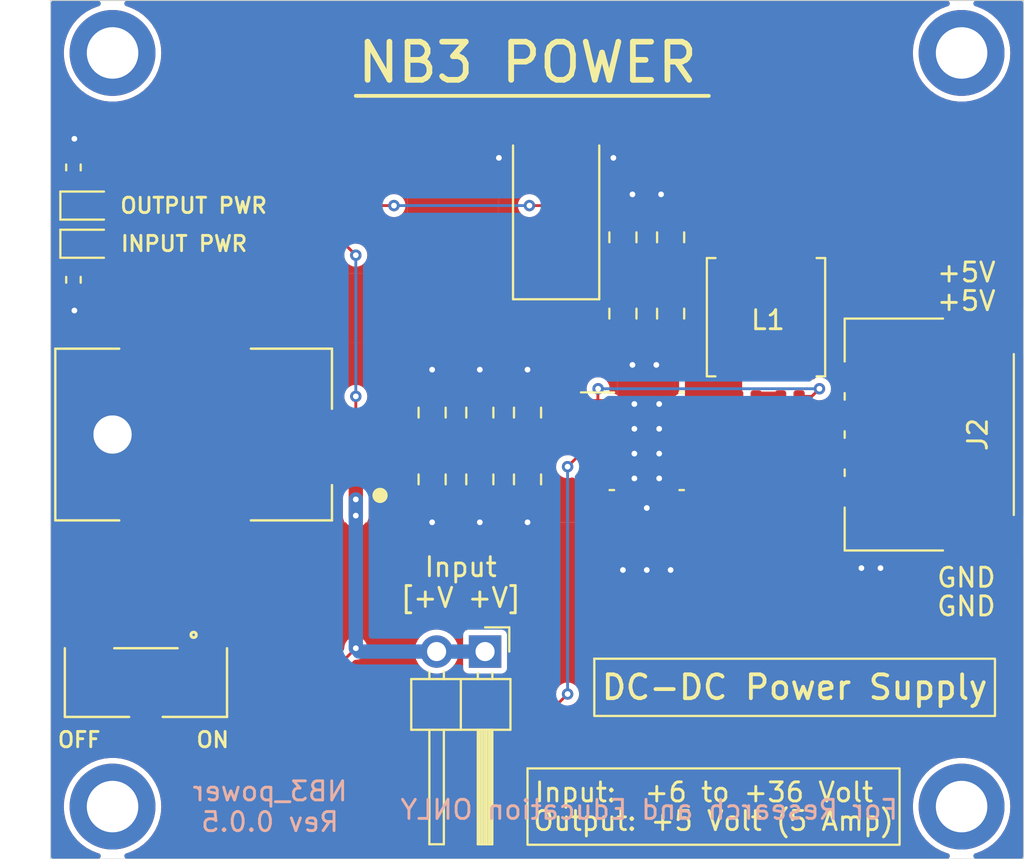
<source format=kicad_pcb>
(kicad_pcb (version 20221018) (generator pcbnew)
  (title_block (title "NB3 Power PCB") (date "2023-11-29") (rev "0.0.5") (company "Voight-Kampff"))
  (layers (0 "F.Cu" signal) (31 "B.Cu" power) (34 "B.Paste" user) (35 "F.Paste" user) (36 "B.SilkS" user "B.Silkscreen") (37 "F.SilkS" user "F.Silkscreen") (38 "B.Mask" user) (39 "F.Mask" user) (44 "Edge.Cuts" user))
  (net 0 "")
  (net 1 "GND")
  (net 2 "Net-(C7-Pad1)")
  (net 3 "+5V")
  (net 4 "Net-(C10-Pad1)")
  (net 5 "+12V")
  (net 6 "Net-(U1-BST)")
  (net 7 "Net-(U1-SS)")
  (net 8 "Net-(U1-COMP)")
  (net 9 "Net-(U1-FB)")
  (net 10 "Net-(D1-K)")
  (net 11 "Net-(D2-K)")
  (net 12 "Net-(U1-SW)")
  (net 13 "Net-(SW1-B)")
  (footprint "MountingHole:MountingHole_2.7mm_M2.5_ISO7380_Pad" (layer "F.Cu") (at 133.25 127.5)
    (fp_text reference "H3" hide)
    (fp_text value "MountingHole" hide)
    (pad "" np_thru_hole circle (at 0 0) (size 4.5 4.5) (drill 2.7) (layers "F&B.Cu" "*.Mask"))
  )
  (footprint "Capacitor_SMD:C_0805_2012Metric" (layer "F.Cu") (at 162.5 101.6625 -90)
    (fp_text reference "C12" hide)
    (fp_text value "10uF")
    (fp_line (start -0.258578 -0.71) (end 0.258578 -0.71) (stroke (width 0.12)) (layer "F.SilkS"))
    (fp_line (start -0.258578 0.71) (end 0.258578 0.71) (stroke (width 0.12)) (layer "F.SilkS"))
    (pad "1" smd roundrect (at -0.9375 0 270) (size 0.975 1.4) (layers "F.Cu" "F.Paste" "F.Mask") (net 3 "+5V"))
    (pad "2" smd roundrect (at 0.9375 0 270) (size 0.975 1.4) (layers "F.Cu" "F.Paste" "F.Mask") (net 1 "GND"))
  )
  (footprint "Resistor_SMD:R_0402_1005Metric" (layer "F.Cu") (at 166.5 106)
    (fp_text reference "R2" hide)
    (fp_text value "10R")
    (pad "1" smd roundrect (at -0.485 0) (size 0.59 0.64) (layers "F.Cu" "F.Paste" "F.Mask") (net 12 "Net-(U1-SW)"))
    (pad "2" smd roundrect (at 0.485 0) (size 0.59 0.64) (layers "F.Cu" "F.Paste" "F.Mask") (net 2 "Net-(C7-Pad1)"))
  )
  (footprint "Resistor_SMD:R_0402_1005Metric" (layer "F.Cu") (at 131.2 94 90)
    (fp_text reference "R6" hide)
    (fp_text value "1.6k")
    (fp_line (start -0.153641 -0.38) (end 0.153641 -0.38) (stroke (width 0.12)) (layer "F.SilkS"))
    (fp_line (start -0.153641 0.38) (end 0.153641 0.38) (stroke (width 0.12)) (layer "F.SilkS"))
    (pad "1" smd roundrect (at -0.51 0 90) (size 0.54 0.64) (layers "F.Cu" "F.Paste" "F.Mask") (net 11 "Net-(D2-K)"))
    (pad "2" smd roundrect (at 0.51 0 90) (size 0.54 0.64) (layers "F.Cu" "F.Paste" "F.Mask") (net 1 "GND"))
  )
  (footprint "Capacitor_SMD:C_0805_2012Metric" (layer "F.Cu") (at 155 106.85 90)
    (fp_text reference "C6" hide)
    (fp_text value "10uF 35v")
    (fp_line (start -0.258578 -0.71) (end 0.258578 -0.71) (stroke (width 0.12)) (layer "F.SilkS"))
    (fp_line (start -0.258578 0.71) (end 0.258578 0.71) (stroke (width 0.12)) (layer "F.SilkS"))
    (pad "1" smd roundrect (at -0.9375 0 90) (size 0.975 1.4) (layers "F.Cu" "F.Paste" "F.Mask") (net 5 "+12V"))
    (pad "2" smd roundrect (at 0.9375 0 90) (size 0.975 1.4) (layers "F.Cu" "F.Paste" "F.Mask") (net 1 "GND"))
  )
  (footprint "LED_SMD:LED_0603_1608Metric" (layer "F.Cu") (at 132 96)
    (fp_text reference "D2" hide)
    (fp_text value "LED (Red)")
    (fp_line (start -1.485 -0.735) (end -1.485 0.735) (stroke (width 0.12)) (layer "F.SilkS"))
    (fp_line (start -1.485 0.735) (end 0.8 0.735) (stroke (width 0.12)) (layer "F.SilkS"))
    (fp_line (start 0.8 -0.735) (end -1.485 -0.735) (stroke (width 0.12)) (layer "F.SilkS"))
    (pad "1" smd roundrect (at -0.7875 0) (size 0.875 0.95) (layers "F.Cu" "F.Paste" "F.Mask") (net 11 "Net-(D2-K)"))
    (pad "2" smd roundrect (at 0.7875 0) (size 0.875 0.95) (layers "F.Cu" "F.Paste" "F.Mask") (net 3 "+5V"))
  )
  (footprint "Capacitor_Tantalum_SMD:CP_EIA-7343-31_Kemet-D" (layer "F.Cu") (at 156.5 96.5 90)
    (fp_text reference "C16" hide)
    (fp_text value "100uF")
    (fp_line (start -4.41 -2.26) (end -4.41 2.26) (stroke (width 0.12)) (layer "F.SilkS"))
    (fp_line (start -4.41 2.26) (end 3.65 2.26) (stroke (width 0.12)) (layer "F.SilkS"))
    (fp_line (start 3.65 -2.26) (end -4.41 -2.26) (stroke (width 0.12)) (layer "F.SilkS"))
    (pad "1" smd roundrect (at -3.1125 0 90) (size 2.075 2.55) (layers "F.Cu" "F.Paste" "F.Mask") (roundrect_rratio 0.1204819277) (net 3 "+5V"))
    (pad "2" smd roundrect (at 3.1125 0 90) (size 2.075 2.55) (layers "F.Cu" "F.Paste" "F.Mask") (roundrect_rratio 0.1204819277) (net 1 "GND"))
  )
  (footprint "MountingHole:MountingHole_2.7mm_M2.5_ISO7380_Pad" (layer "F.Cu") (at 177.75 88)
    (fp_text reference "H2" hide)
    (fp_text value "MountingHole" hide)
    (pad "" np_thru_hole circle (at 0 0) (size 4.5 4.5) (drill 2.7) (layers "F&B.Cu" "*.Mask"))
  )
  (footprint "Capacitor_SMD:C_0805_2012Metric" (layer "F.Cu") (at 150 106.85 90)
    (fp_text reference "C4" hide)
    (fp_text value "10uF 35v")
    (fp_line (start -0.258578 -0.71) (end 0.258578 -0.71) (stroke (width 0.12)) (layer "F.SilkS"))
    (fp_line (start -0.258578 0.71) (end 0.258578 0.71) (stroke (width 0.12)) (layer "F.SilkS"))
    (pad "1" smd roundrect (at -0.9375 0 90) (size 0.975 1.4) (layers "F.Cu" "F.Paste" "F.Mask") (net 5 "+12V"))
    (pad "2" smd roundrect (at 0.9375 0 90) (size 0.975 1.4) (layers "F.Cu" "F.Paste" "F.Mask") (net 1 "GND"))
  )
  (footprint "Capacitor_SMD:C_0805_2012Metric" (layer "F.Cu") (at 160 97.6625 90)
    (fp_text reference "C14" hide)
    (fp_text value "10uF")
    (fp_line (start -0.258578 -0.71) (end 0.258578 -0.71) (stroke (width 0.12)) (layer "F.SilkS"))
    (fp_line (start -0.258578 0.71) (end 0.258578 0.71) (stroke (width 0.12)) (layer "F.SilkS"))
    (pad "1" smd roundrect (at -0.9375 0 90) (size 0.975 1.4) (layers "F.Cu" "F.Paste" "F.Mask") (net 3 "+5V"))
    (pad "2" smd roundrect (at 0.9375 0 90) (size 0.975 1.4) (layers "F.Cu" "F.Paste" "F.Mask") (net 1 "GND"))
  )
  (footprint "Resistor_SMD:R_0402_1005Metric" (layer "F.Cu") (at 168.25 109.4)
    (fp_text reference "R3" hide)
    (fp_text value "20K 1%")
    (pad "1" smd roundrect (at -0.485 0) (size 0.59 0.64) (layers "F.Cu" "F.Paste" "F.Mask") (net 8 "Net-(U1-COMP)"))
    (pad "2" smd roundrect (at 0.485 0) (size 0.59 0.64) (layers "F.Cu" "F.Paste" "F.Mask") (net 4 "Net-(C10-Pad1)"))
  )
  (footprint "Resistor_SMD:R_0402_1005Metric" (layer "F.Cu") (at 131.2 99.89 -90)
    (fp_text reference "R1" hide)
    (fp_text value "5.6k")
    (fp_line (start -0.153641 -0.38) (end 0.153641 -0.38) (stroke (width 0.12)) (layer "F.SilkS"))
    (fp_line (start -0.153641 0.38) (end 0.153641 0.38) (stroke (width 0.12)) (layer "F.SilkS"))
    (pad "1" smd roundrect (at -0.51 0 270) (size 0.54 0.64) (layers "F.Cu" "F.Paste" "F.Mask") (net 10 "Net-(D1-K)"))
    (pad "2" smd roundrect (at 0.51 0 270) (size 0.54 0.64) (layers "F.Cu" "F.Paste" "F.Mask") (net 1 "GND"))
  )
  (footprint "NB3_power:Barrel_Jack_PJ-036AH-SMT-TR" (layer "F.Cu") (at 146 108.65)
    (fp_text reference "J1" hide)
    (fp_text value "Barrel_Jack_PJ-036AH-SMT-TR" hide)
    (fp_line (start -15.75 -5.15) (end -15.75 3.85) (stroke (width 0.127)) (layer "F.SilkS"))
    (fp_line (start -15.75 3.85) (end -12.4 3.85) (stroke (width 0.127)) (layer "F.SilkS"))
    (fp_line (start -12.4 -5.15) (end -15.75 -5.15) (stroke (width 0.127)) (layer "F.SilkS"))
    (fp_line (start -5.5 3.85) (end -1.25 3.85) (stroke (width 0.127)) (layer "F.SilkS"))
    (fp_line (start -1.25 -5.15) (end -5.5 -5.15) (stroke (width 0.127)) (layer "F.SilkS"))
    (fp_line (start -1.25 -2) (end -1.25 -5.15) (stroke (width 0.127)) (layer "F.SilkS"))
    (fp_line (start -1.25 3.85) (end -1.25 2) (stroke (width 0.127)) (layer "F.SilkS"))
    (fp_circle (center 1.27 2.54) (end 1.47 2.54) (stroke (width 0.4)) (fill none) (layer "F.SilkS"))
    (pad "" np_thru_hole circle (at -12.75 -0.65) (size 2 2) (drill 2) (layers "*.Cu" "*.Mask" "F.SilkS"))
    (pad "1" smd rect (at 0 0 90) (size 3.3 4.4) (layers "F.Cu" "F.Paste" "F.Mask") (net 5 "+12V"))
    (pad "2" smd rect (at -8.95 -7.1 180) (size 6.2 3.9) (layers "F.Cu" "F.Paste" "F.Mask") (net 1 "GND"))
    (pad "3" smd rect (at -8.95 5.8) (size 6.2 3.9) (layers "F.Cu" "F.Paste" "F.Mask") (net 1 "GND"))
  )
  (footprint "NB3_power:Switch_SPDT_SMD_Slide_JS102011JCQN" (layer "F.Cu") (at 135 121 180)
    (fp_text reference "SW1" hide)
    (fp_text value "SW_SPDT" hide)
    (fp_line (start -4.25 -1.8) (end -0.88 -1.8) (stroke (width 0.127)) (layer "F.SilkS"))
    (fp_line (start -4.25 1.8) (end -4.25 -1.8) (stroke (width 0.127)) (layer "F.SilkS"))
    (fp_line (start 0.88 -1.8) (end 4.25 -1.8) (stroke (width 0.127)) (layer "F.SilkS"))
    (fp_line (start 1.66 1.8) (end -1.66 1.8) (stroke (width 0.127)) (layer "F.SilkS"))
    (fp_line (start 4.25 -1.8) (end 4.25 1.8) (stroke (width 0.127)) (layer "F.SilkS"))
    (fp_circle (center -2.5 2.5) (end -2.358581 2.5) (stroke (width 0.1524)) (fill none) (layer "F.SilkS"))
    (pad "1" smd rect (at -2.5 1.2 180) (size 1 1.6) (layers "F.Cu" "F.Paste" "F.Mask") (net 5 "+12V"))
    (pad "2" smd rect (at 0 -1.2 180) (size 1 1.6) (layers "F.Cu" "F.Paste" "F.Mask") (net 13 "Net-(SW1-B)"))
    (pad "3" smd rect (at 2.5 1.2 180) (size 1 1.6) (layers "F.Cu" "F.Paste" "F.Mask") (net 1 "GND"))
  )
  (footprint "Capacitor_SMD:C_0402_1005Metric" (layer "F.Cu") (at 168.25 108.3 180)
    (fp_text reference "C10" hide)
    (fp_text value "1.2nF")
    (pad "1" smd roundrect (at -0.485 0 180) (size 0.59 0.64) (layers "F.Cu" "F.Paste" "F.Mask") (net 4 "Net-(C10-Pad1)"))
    (pad "2" smd roundrect (at 0.485 0 180) (size 0.59 0.64) (layers "F.Cu" "F.Paste" "F.Mask") (net 1 "GND"))
  )
  (footprint "Capacitor_SMD:C_0805_2012Metric" (layer "F.Cu") (at 150 110.35 -90)
    (fp_text reference "C3" hide)
    (fp_text value "10uF 35v")
    (fp_line (start -0.258578 -0.71) (end 0.258578 -0.71) (stroke (width 0.12)) (layer "F.SilkS"))
    (fp_line (start -0.258578 0.71) (end 0.258578 0.71) (stroke (width 0.12)) (layer "F.SilkS"))
    (pad "1" smd roundrect (at -0.9375 0 270) (size 0.975 1.4) (layers "F.Cu" "F.Paste" "F.Mask") (net 5 "+12V"))
    (pad "2" smd roundrect (at 0.9375 0 270) (size 0.975 1.4) (layers "F.Cu" "F.Paste" "F.Mask") (net 1 "GND"))
  )
  (footprint "MountingHole:MountingHole_2.7mm_M2.5_ISO7380_Pad" (layer "F.Cu") (at 177.75 127.5)
    (fp_text reference "H4" hide)
    (fp_text value "MountingHole" hide)
    (pad "" np_thru_hole circle (at 0 0) (size 4.5 4.5) (drill 2.7) (layers "F&B.Cu" "*.Mask"))
  )
  (footprint "Connector_PinHeader_2.54mm:PinHeader_1x02_P2.54mm_Horizontal" (layer "F.Cu") (at 152.775 119.375 -90)
    (fp_text reference "J3" hide)
    (fp_text value "Conn_01x02_Pin")
    (fp_line (start -1.27 -1.27) (end 0 -1.27) (stroke (width 0.12)) (layer "F.SilkS"))
    (fp_line (start -1.27 0) (end -1.27 -1.27) (stroke (width 0.12)) (layer "F.SilkS"))
    (fp_line (start 1.042929 2.16) (end 1.44 2.16) (stroke (width 0.12)) (layer "F.SilkS"))
    (fp_line (start 1.042929 2.92) (end 1.44 2.92) (stroke (width 0.12)) (layer "F.SilkS"))
    (fp_line (start 1.11 -0.38) (end 1.44 -0.38) (stroke (width 0.12)) (layer "F.SilkS"))
    (fp_line (start 1.11 0.38) (end 1.44 0.38) (stroke (width 0.12)) (layer "F.SilkS"))
    (fp_line (start 1.44 -1.33) (end 1.44 3.87) (stroke (width 0.12)) (layer "F.SilkS"))
    (fp_line (start 1.44 1.27) (end 4.1 1.27) (stroke (width 0.12)) (layer "F.SilkS"))
    (fp_line (start 1.44 3.87) (end 4.1 3.87) (stroke (width 0.12)) (layer "F.SilkS"))
    (fp_line (start 4.1 -1.33) (end 1.44 -1.33) (stroke (width 0.12)) (layer "F.SilkS"))
    (fp_line (start 4.1 -0.38) (end 10.1 -0.38) (stroke (width 0.12)) (layer "F.SilkS"))
    (fp_line (start 4.1 -0.32) (end 10.1 -0.32) (stroke (width 0.12)) (layer "F.SilkS"))
    (fp_line (start 4.1 -0.2) (end 10.1 -0.2) (stroke (width 0.12)) (layer "F.SilkS"))
    (fp_line (start 4.1 -0.08) (end 10.1 -0.08) (stroke (width 0.12)) (layer "F.SilkS"))
    (fp_line (start 4.1 0.04) (end 10.1 0.04) (stroke (width 0.12)) (layer "F.SilkS"))
    (fp_line (start 4.1 0.16) (end 10.1 0.16) (stroke (width 0.12)) (layer "F.SilkS"))
    (fp_line (start 4.1 0.28) (end 10.1 0.28) (stroke (width 0.12)) (layer "F.SilkS"))
    (fp_line (start 4.1 2.16) (end 10.1 2.16) (stroke (width 0.12)) (layer "F.SilkS"))
    (fp_line (start 4.1 3.87) (end 4.1 -1.33) (stroke (width 0.12)) (layer "F.SilkS"))
    (fp_line (start 10.1 -0.38) (end 10.1 0.38) (stroke (width 0.12)) (layer "F.SilkS"))
    (fp_line (start 10.1 0.38) (end 4.1 0.38) (stroke (width 0.12)) (layer "F.SilkS"))
    (fp_line (start 10.1 2.16) (end 10.1 2.92) (stroke (width 0.12)) (layer "F.SilkS"))
    (fp_line (start 10.1 2.92) (end 4.1 2.92) (stroke (width 0.12)) (layer "F.SilkS"))
    (pad "1" thru_hole rect (at 0 0 270) (size 1.7 1.7) (drill 1) (layers "*.Cu" "*.Mask") (net 5 "+12V"))
    (pad "2" thru_hole oval (at 0 2.54 270) (size 1.7 1.7) (drill 1) (layers "*.Cu" "*.Mask") (net 5 "+12V"))
  )
  (footprint "Capacitor_SMD:C_0805_2012Metric" (layer "F.Cu") (at 152.5 110.35 -90)
    (fp_text reference "C1" hide)
    (fp_text value "10uF 35v")
    (fp_line (start -0.258578 -0.71) (end 0.258578 -0.71) (stroke (width 0.12)) (layer "F.SilkS"))
    (fp_line (start -0.258578 0.71) (end 0.258578 0.71) (stroke (width 0.12)) (layer "F.SilkS"))
    (pad "1" smd roundrect (at -0.9375 0 270) (size 0.975 1.4) (layers "F.Cu" "F.Paste" "F.Mask") (net 5 "+12V"))
    (pad "2" smd roundrect (at 0.9375 0 270) (size 0.975 1.4) (layers "F.Cu" "F.Paste" "F.Mask") (net 1 "GND"))
  )
  (footprint "Capacitor_SMD:C_0805_2012Metric" (layer "F.Cu") (at 162.5 97.6625 90)
    (fp_text reference "C15" hide)
    (fp_text value "10uF")
    (fp_line (start -0.258578 -0.71) (end 0.258578 -0.71) (stroke (width 0.12)) (layer "F.SilkS"))
    (fp_line (start -0.258578 0.71) (end 0.258578 0.71) (stroke (width 0.12)) (layer "F.SilkS"))
    (pad "1" smd roundrect (at -0.9375 0 90) (size 0.975 1.4) (layers "F.Cu" "F.Paste" "F.Mask") (net 3 "+5V"))
    (pad "2" smd roundrect (at 0.9375 0 90) (size 0.975 1.4) (layers "F.Cu" "F.Paste" "F.Mask") (net 1 "GND"))
  )
  (footprint "LED_SMD:LED_0603_1608Metric" (layer "F.Cu") (at 132 98)
    (fp_text reference "D1" hide)
    (fp_text value "LED (Green)")
    (fp_line (start -1.485 -0.735) (end -1.485 0.735) (stroke (width 0.12)) (layer "F.SilkS"))
    (fp_line (start -1.485 0.735) (end 0.8 0.735) (stroke (width 0.12)) (layer "F.SilkS"))
    (fp_line (start 0.8 -0.735) (end -1.485 -0.735) (stroke (width 0.12)) (layer "F.SilkS"))
    (pad "1" smd roundrect (at -0.7875 0) (size 0.875 0.95) (layers "F.Cu" "F.Paste" "F.Mask") (net 10 "Net-(D1-K)"))
    (pad "2" smd roundrect (at 0.7875 0) (size 0.875 0.95) (layers "F.Cu" "F.Paste" "F.Mask") (net 5 "+12V"))
  )
  (footprint "Capacitor_SMD:C_0805_2012Metric" (layer "F.Cu") (at 152.5 106.85 90)
    (fp_text reference "C5" hide)
    (fp_text value "10uF 35v")
    (fp_line (start -0.258578 -0.71) (end 0.258578 -0.71) (stroke (width 0.12)) (layer "F.SilkS"))
    (fp_line (start -0.258578 0.71) (end 0.258578 0.71) (stroke (width 0.12)) (layer "F.SilkS"))
    (pad "1" smd roundrect (at -0.9375 0 90) (size 0.975 1.4) (layers "F.Cu" "F.Paste" "F.Mask") (net 5 "+12V"))
    (pad "2" smd roundrect (at 0.9375 0 90) (size 0.975 1.4) (layers "F.Cu" "F.Paste" "F.Mask") (net 1 "GND"))
  )
  (footprint "Capacitor_SMD:C_0402_1005Metric" (layer "F.Cu") (at 166 108.35 90)
    (fp_text reference "C9" hide)
    (fp_text value "1nF")
    (pad "1" smd roundrect (at -0.485 0 90) (size 0.59 0.64) (layers "F.Cu" "F.Paste" "F.Mask") (net 8 "Net-(U1-COMP)"))
    (pad "2" smd roundrect (at 0.485 0 90) (size 0.59 0.64) (layers "F.Cu" "F.Paste" "F.Mask") (net 1 "GND"))
  )
  (footprint "MountingHole:MountingHole_2.7mm_M2.5_ISO7380_Pad" (layer "F.Cu") (at 133.25 88)
    (fp_text reference "H1" hide)
    (fp_text value "MountingHole" hide)
    (pad "" np_thru_hole circle (at 0 0) (size 4.5 4.5) (drill 2.7) (layers "F&B.Cu" "*.Mask"))
  )
  (footprint "Capacitor_SMD:C_0402_1005Metric" (layer "F.Cu") (at 168.75 106)
    (fp_text reference "C7" hide)
    (fp_text value "100nF")
    (pad "1" smd roundrect (at -0.485 0) (size 0.59 0.64) (layers "F.Cu" "F.Paste" "F.Mask") (net 2 "Net-(C7-Pad1)"))
    (pad "2" smd roundrect (at 0.485 0) (size 0.59 0.64) (layers "F.Cu" "F.Paste" "F.Mask") (net 6 "Net-(U1-BST)"))
  )
  (footprint "Resistor_SMD:R_0402_1005Metric" (layer "F.Cu") (at 166.5 110.5 180)
    (fp_text reference "R4" hide)
    (fp_text value "12K 1%")
    (pad "1" smd roundrect (at -0.485 0 180) (size 0.59 0.64) (layers "F.Cu" "F.Paste" "F.Mask") (net 3 "+5V"))
    (pad "2" smd roundrect (at 0.485 0 180) (size 0.59 0.64) (layers "F.Cu" "F.Paste" "F.Mask") (net 9 "Net-(U1-FB)"))
  )
  (footprint "Capacitor_SMD:C_0805_2012Metric" (layer "F.Cu") (at 160 101.6625 -90)
    (fp_text reference "C13" hide)
    (fp_text value "10uF")
    (fp_line (start -0.258578 -0.71) (end 0.258578 -0.71) (stroke (width 0.12)) (layer "F.SilkS"))
    (fp_line (start -0.258578 0.71) (end 0.258578 0.71) (stroke (width 0.12)) (layer "F.SilkS"))
    (pad "1" smd roundrect (at -0.9375 0 270) (size 0.975 1.4) (layers "F.Cu" "F.Paste" "F.Mask") (net 3 "+5V"))
    (pad "2" smd roundrect (at 0.9375 0 270) (size 0.975 1.4) (layers "F.Cu" "F.Paste" "F.Mask") (net 1 "GND"))
  )
  (footprint "Capacitor_SMD:C_0805_2012Metric" (layer "F.Cu") (at 155 110.35 -90)
    (fp_text reference "C2" hide)
    (fp_text value "10uF 35v")
    (fp_line (start -0.258578 -0.71) (end 0.258578 -0.71) (stroke (width 0.12)) (layer "F.SilkS"))
    (fp_line (start -0.258578 0.71) (end 0.258578 0.71) (stroke (width 0.12)) (layer "F.SilkS"))
    (pad "1" smd roundrect (at -0.9375 0 270) (size 0.975 1.4) (layers "F.Cu" "F.Paste" "F.Mask") (net 5 "+12V"))
    (pad "2" smd roundrect (at 0.9375 0 270) (size 0.975 1.4) (layers "F.Cu" "F.Paste" "F.Mask") (net 1 "GND"))
  )
  (footprint "Capacitor_SMD:C_0402_1005Metric" (layer "F.Cu") (at 166.5 111.6 180)
    (fp_text reference "C11" hide)
    (fp_text value "1nF")
    (pad "1" smd roundrect (at -0.485 0 180) (size 0.59 0.64) (layers "F.Cu" "F.Paste" "F.Mask") (net 3 "+5V"))
    (pad "2" smd roundrect (at 0.485 0 180) (size 0.59 0.64) (layers "F.Cu" "F.Paste" "F.Mask") (net 9 "Net-(U1-FB)"))
  )
  (footprint "Inductor_SMD:L_Bourns_SRN6045TA" (layer "F.Cu") (at 167.5 101.85 90)
    (fp_text reference "L1" (at -0.15 0.1 180) (layer "F.SilkS"))
    (fp_text value "SRN6045TA-2R2Y" hide)
    (fp_line (start -3.1 -3.1) (end -3.1 -2.65) (stroke (width 0.12)) (layer "F.SilkS"))
    (fp_line (start -3.1 -3.1) (end 3.1 -3.1) (stroke (width 0.12)) (layer "F.SilkS"))
    (fp_line (start -3.1 3.1) (end -3.1 2.65) (stroke (width 0.12)) (layer "F.SilkS"))
    (fp_line (start 3.1 -3.1) (end 3.1 -2.65) (stroke (width 0.12)) (layer "F.SilkS"))
    (fp_line (start 3.1 3.1) (end -3.1 3.1) (stroke (width 0.12)) (layer "F.SilkS"))
    (fp_line (start 3.1 3.1) (end 3.1 2.65) (stroke (width 0.12)) (layer "F.SilkS"))
    (pad "1" smd rect (at -2.075 0 90) (size 2.35 5.1) (layers "F.Cu" "F.Paste" "F.Mask") (net 12 "Net-(U1-SW)"))
    (pad "2" smd rect (at 2.075 0 90) (size 2.35 5.1) (layers "F.Cu" "F.Paste" "F.Mask") (net 3 "+5V"))
  )
  (footprint "Capacitor_SMD:C_0402_1005Metric" (layer "F.Cu") (at 159.5 111.8)
    (fp_text reference "C8" hide)
    (fp_text value "100nF")
    (pad "1" smd roundrect (at -0.485 0) (size 0.59 0.64) (layers "F.Cu" "F.Paste" "F.Mask") (net 7 "Net-(U1-SS)"))
    (pad "2" smd roundrect (at 0.485 0) (size 0.59 0.64) (layers "F.Cu" "F.Paste" "F.Mask") (net 1 "GND"))
  )
  (footprint "Resistor_SMD:R_0402_1005Metric" (layer "F.Cu") (at 163 111.8 180)
    (fp_text reference "R5" hide)
    (fp_text value "2.2K 1%")
    (pad "1" smd roundrect (at -0.485 0 180) (size 0.59 0.64) (layers "F.Cu" "F.Paste" "F.Mask") (net 9 "Net-(U1-FB)"))
    (pad "2" smd roundrect (at 0.485 0 180) (size 0.59 0.64) (layers "F.Cu" "F.Paste" "F.Mask") (net 1 "GND"))
  )
  (footprint "NB3_power:Connector_S4B-PH-SM4-TB(LF)(SN)" (layer "F.Cu") (at 176.055299 108 -90)
    (fp_text reference "J2" (at 0.000001 -2.54 90) (layer "F.SilkS"))
    (fp_text value "Connector_S4B-PH-SM4-TB(LF)(SN)" hide)
    (fp_line (start -6.077 -0.719961) (end -6.077 4.4323) (stroke (width 0.12)) (layer "F.SilkS"))
    (fp_line (start -6.077 4.4323) (end -3.828038 4.4323) (stroke (width 0.12)) (layer "F.SilkS"))
    (fp_line (start -2.171958 4.4323) (end -1.828039 4.4323) (stroke (width 0.12)) (layer "F.SilkS"))
    (fp_line (start -0.171959 4.4323) (end 0.171962 4.4323) (stroke (width 0.12)) (layer "F.SilkS"))
    (fp_line (start 1.828042 4.4323) (end 2.17196 4.4323) (stroke (width 0.12)) (layer "F.SilkS"))
    (fp_line (start 3.82804 4.4323) (end 6.077002 4.4323) (stroke (width 0.12)) (layer "F.SilkS"))
    (fp_line (start 4.217161 -4.4323) (end -4.217158 -4.4323) (stroke (width 0.12)) (layer "F.SilkS"))
    (fp_line (start 6.077002 4.4323) (end 6.077002 -0.719961) (stroke (width 0.12)) (layer "F.SilkS"))
    (pad "1" smd rect (at 3 2.944701 270) (size 0.9906 3.5052) (layers "F.Cu" "F.Paste" "F.Mask") (net 1 "GND"))
    (pad "2" smd rect (at 1.000002 2.944701 270) (size 0.9906 3.5052) (layers "F.Cu" "F.Paste" "F.Mask") (net 1 "GND"))
    (pad "3" smd rect (at -0.999999 2.944701 270) (size 0.9906 3.5052) (layers "F.Cu" "F.Paste" "F.Mask") (net 3 "+5V"))
    (pad "4" smd rect (at -2.999998 2.944701 270) (size 0.9906 3.5052) (layers "F.Cu" "F.Paste" "F.Mask") (net 3 "+5V"))
    (pad "5" smd rect (at -5.349998 -2.805301) (size 3.5052 1.6002) (layers "F.Cu" "F.Paste" "F.Mask"))
    (pad "6" smd rect (at 5.350001 -2.805301) (size 3.5052 1.6002) (layers "F.Cu" "F.Paste" "F.Mask"))
  )
  (footprint "NB3_power:Voltage_Regulator_AP64501" (layer "F.Cu") (at 161.25 108.35)
    (fp_text reference "U1" hide)
    (fp_text value "Voltage_Regulator_AP64501" hide)
    (fp_line (start -1.710584 -2.56) (end -3.45 -2.56) (stroke (width 0.12)) (layer "F.SilkS"))
    (fp_line (start -1.710584 2.56) (end -1.95 2.56) (stroke (width 0.12)) (layer "F.SilkS"))
    (fp_line (start 1.710584 -2.56) (end 1.95 -2.56) (stroke (width 0.12)) (layer "F.SilkS"))
    (fp_line (start 1.710584 2.56) (end 1.95 2.56) (stroke (width 0.12)) (layer "F.SilkS"))
    (pad "1" smd roundrect (at -2.5625 -1.905) (size 1.775 0.6) (layers "F.Cu" "F.Paste" "F.Mask") (net 6 "Net-(U1-BST)"))
    (pad "2" smd roundrect (at -2.5625 -0.635) (size 1.775 0.6) (layers "F.Cu" "F.Paste" "F.Mask") (net 5 "+12V"))
    (pad "3" smd roundrect (at -2.5625 0.635) (size 1.775 0.6) (layers "F.Cu" "F.Paste" "F.Mask") (net 13 "Net-(SW1-B)"))
    (pad "4" smd roundrect (at -2.5625 1.905) (size 1.775 0.6) (layers "F.Cu" "F.Paste" "F.Mask") (net 7 "Net-(U1-SS)"))
    (pad "5" smd roundrect (at 2.5625 1.905) (size 1.775 0.6) (layers "F.Cu" "F.Paste" "F.Mask") (net 9 "Net-(U1-FB)"))
    (pad "6" smd roundrect (at 2.5625 0.635) (size 1.775 0.6) (layers "F.Cu" "F.Paste" "F.Mask") (net 8 "Net-(U1-COMP)"))
    (pad "7" smd roundrect (at 2.5625 -0.635) (size 1.775 0.6) (layers "F.Cu" "F.Paste" "F.Mask") (net 1 "GND"))
    (pad "8" smd roundrect (at 2.5625 -1.905) (size 1.775 0.6) (layers "F.Cu" "F.Paste" "F.Mask") (net 12 "Net-(U1-SW)"))
    (pad "9" thru_hole circle (at -0.65 -1.95) (size 0.5 0.5) (drill 0.3) (layers "*.Cu") (net 1 "GND"))
    (pad "9" thru_hole circle (at -0.65 -0.65) (size 0.5 0.5) (drill 0.3) (layers "*.Cu") (net 1 "GND"))
    (pad "9" thru_hole circle (at -0.65 0.65 270) (size 0.5 0.5) (drill 0.3) (layers "*.Cu") (net 1 "GND"))
    (pad "9" thru_hole circle (at -0.65 1.95) (size 0.5 0.5) (drill 0.3) (layers "*.Cu") (net 1 "GND"))
    (pad "9" smd rect (at 0 0) (size 1.8 4.4) (layers "B.Cu" "B.Mask") (net 1 "GND"))
    (pad "9" smd rect (at 0 0) (size 2.95 4.9) (layers "F.Cu") (net 1 "GND"))
    (pad "9" thru_hole circle (at 0.65 -1.95) (size 0.5 0.5) (drill 0.3) (layers "*.Cu") (net 1 "GND"))
    (pad "9" thru_hole circle (at 0.65 -0.65) (size 0.5 0.5) (drill 0.3) (layers "*.Cu") (net 1 "GND"))
    (pad "9" thru_hole circle (at 0.65 0.65) (size 0.5 0.5) (drill 0.3) (layers "*.Cu") (net 1 "GND"))
    (pad "9" thru_hole circle (at 0.65 1.95) (size 0.5 0.5) (drill 0.3) (layers "*.Cu") (net 1 "GND"))
  )
  (gr_line (start 146 90.25) (end 164.5 90.25) (stroke (width 0.2)) (layer "F.SilkS"))
  (gr_rect (start 155 125.5) (end 174.5 129.5) (stroke (width 0.12)) (fill none) (layer "F.SilkS"))
  (gr_rect (start 158.5 119.75) (end 179.5 122.75) (stroke (width 0.12)) (fill none) (layer "F.SilkS"))
  (gr_rect (start 130 85.25) (end 181 130.25) (stroke (width 0.05)) (fill none) (layer "Edge.Cuts"))
  (gr_text "For Research and Education ONLY" (at 174.5 128.25) (layer "B.SilkS") (effects (font (size 1 1)) (justify left bottom mirror)))
  (gr_text "NB3_power\nRev 0.0.5" (at 141.5 127.5) (layer "B.SilkS") (effects (font (size 1 1)) (justify mirror)))
  (gr_text "Input\n[+V +V]" (at 151.5 115.75) (layer "F.SilkS") (effects (font (size 1 1))))
  (gr_text "NB3 POWER" (at 155 88.5) (layer "F.SilkS") (effects (font (size 2 2) (thickness 0.3))))
  (gr_text "ON" (at 138.5 124) (layer "F.SilkS") (effects (font (size 0.8 0.8))))
  (gr_text "GND" (at 178 117) (layer "F.SilkS") (effects (font (size 1 1))))
  (gr_text "Input:  +6 to +36 Volt" (at 164.25 126.75) (layer "F.SilkS") (effects (font (size 1 1))))
  (gr_text "+5V" (at 178 99.5) (layer "F.SilkS") (effects (font (size 1 1))))
  (gr_text "+5V" (at 178 101) (layer "F.SilkS") (effects (font (size 1 1))))
  (gr_text "OUTPUT PWR" (at 137.5 96) (layer "F.SilkS") (effects (font (size 0.8 0.8))))
  (gr_text "INPUT PWR" (at 137 98) (layer "F.SilkS") (effects (font (size 0.8 0.8))))
  (gr_text "Output: +5 Volt (5 Amp)" (at 164.75 128.25) (layer "F.SilkS") (effects (font (size 1 1))))
  (gr_text "OFF" (at 131.5 124) (layer "F.SilkS") (effects (font (size 0.8 0.8))))
  (gr_text "DC-DC Power Supply" (at 169 121.25) (layer "F.SilkS") (effects (font (size 1.25 1.25) (thickness 0.2))))
  (gr_text "GND" (at 178 115.5) (layer "F.SilkS") (effects (font (size 1 1))))
  (segment (start 162.5 96.725) (end 160 96.725) (width 0.15) (layer "F.Cu") (net 1))
  (segment (start 163.8125 107.715) (end 165.215 107.715) (width 0.5) (layer "F.Cu") (net 1))
  (segment (start 160.5 109.1) (end 161.25 108.35) (width 0.15) (layer "F.Cu") (net 1))
  (segment (start 165.365 107.865) (end 166 107.865) (width 0.5) (layer "F.Cu") (net 1))
  (segment (start 161.915 107.715) (end 161.9 107.7) (width 0.15) (layer "F.Cu") (net 1))
  (segment (start 134.35 114.45) (end 132.5 116.3) (width 0.15) (layer "F.Cu") (net 1))
  (segment (start 166.465 107.865) (end 166.9 108.3) (width 0.5) (layer "F.Cu") (net 1))
  (segment (start 137.05 114.45) (end 134.35 114.45) (width 0.15) (layer "F.Cu") (net 1))
  (segment (start 166.9 108.3) (end 167.765 108.3) (width 0.5) (layer "F.Cu") (net 1))
  (segment (start 163.8125 107.715) (end 161.915 107.715) (width 0.5) (layer "F.Cu") (net 1))
  (segment (start 137.05 101.55) (end 137.05 114.45) (width 4) (layer "F.Cu") (net 1))
  (segment (start 132.5 116.3) (end 132.5 119.8) (width 0.15) (layer "F.Cu") (net 1))
  (segment (start 166 107.865) (end 166.465 107.865) (width 0.5) (layer "F.Cu") (net 1))
  (segment (start 135.9 100.4) (end 137.05 101.55) (width 0.15) (layer "F.Cu") (net 1))
  (segment (start 165.215 107.715) (end 165.365 107.865) (width 0.5) (layer "F.Cu") (net 1))
  (segment (start 131.2 100.4) (end 135.9 100.4) (width 0.15) (layer "F.Cu") (net 1))
  (via (at 161.25 111.85) (size 0.6) (drill 0.3) (layers "F.Cu" "B.Cu") (net 1))
  (via (at 150 104.6) (size 0.6) (drill 0.3) (layers "F.Cu" "B.Cu") (net 1))
  (via (at 160.5 95.4125) (size 0.6) (drill 0.3) (layers "F.Cu" "B.Cu") (net 1))
  (via (at 172.5 115) (size 0.6) (drill 0.3) (layers "F.Cu" "B.Cu") (net 1))
  (via (at 159.5 93.5) (size 0.6) (drill 0.3) (layers "F.Cu" "B.Cu") (net 1))
  (via (at 161.25 115.1) (size 0.6) (drill 0.3) (layers "F.Cu" "B.Cu") (net 1))
  (via (at 155 112.6) (size 0.6) (drill 0.3) (layers "F.Cu" "B.Cu") (net 1))
  (via (at 131.25 92.5) (size 0.6) (drill 0.3) (layers "F.Cu" "B.Cu") (net 1))
  (via (at 161.75 104.35) (size 0.6) (drill 0.3) (layers "F.Cu" "B.Cu") (net 1))
  (via (at 150 112.6) (size 0.6) (drill 0.3) (layers "F.Cu" "B.Cu") (net 1))
  (via (at 173.5 115) (size 0.6) (drill 0.3) (layers "F.Cu" "B.Cu") (net 1))
  (via (at 153.5 93.5) (size 0.6) (drill 0.3) (layers "F.Cu" "B.Cu") (net 1))
  (via (at 160 115.1) (size 0.6) (drill 0.3) (layers "F.Cu" "B.Cu") (net 1))
  (via (at 162 95.4125) (size 0.6) (drill 0.3) (layers "F.Cu" "B.Cu") (net 1))
  (via (at 155 104.6) (size 0.6) (drill 0.3) (layers "F.Cu" "B.Cu") (net 1))
  (via (at 131.25 101.5) (size 0.6) (drill 0.3) (layers "F.Cu" "B.Cu") (net 1))
  (via (at 160.5 104.35) (size 0.6) (drill 0.3) (layers "F.Cu" "B.Cu") (net 1))
  (via (at 152.5 104.6) (size 0.6) (drill 0.3) (layers "F.Cu" "B.Cu") (net 1))
  (via (at 162.5 115.1) (size 0.6) (drill 0.3) (layers "F.Cu" "B.Cu") (net 1))
  (via (at 152.5 112.6) (size 0.6) (drill 0.3) (layers "F.Cu" "B.Cu") (net 1))
  (segment (start 166.985 106) (end 168.265 106) (width 0.5) (layer "F.Cu") (net 2))
  (segment (start 166.985 110.5) (end 166.985 111.6) (width 0.5) (layer "F.Cu") (net 3))
  (segment (start 167.7375 99.5375) (end 167.5 99.775) (width 0.15) (layer "F.Cu") (net 3))
  (segment (start 162.5 100.725) (end 162.5 98.6) (width 0.15) (layer "F.Cu") (net 3))
  (segment (start 156.5 96.4) (end 156.5 99.6125) (width 0.15) (layer "F.Cu") (net 3))
  (segment (start 166.985 110.5) (end 169.2 110.5) (width 0.15) (layer "F.Cu") (net 3))
  (segment (start 155.1 96) (end 156.1 96) (width 0.15) (layer "F.Cu") (net 3))
  (segment (start 169.2 110.5) (end 170 109.7) (width 0.15) (layer "F.Cu") (net 3))
  (segment (start 170 108.2425) (end 171.242499 107.000001) (width 0.15) (layer "F.Cu") (net 3))
  (segment (start 171.242499 107.000001) (end 173.110598 107.000001) (width 0.15) (layer "F.Cu") (net 3))
  (segment (start 160 100.725) (end 160 98.6) (width 0.15) (layer "F.Cu") (net 3))
  (segment (start 132.7875 96) (end 148 96) (width 0.15) (layer "F.Cu") (net 3))
  (segment (start 170 109.7) (end 170 108.2425) (width 0.15) (layer "F.Cu") (net 3))
  (segment (start 162.5 100.725) (end 160 100.725) (width 0.15) (layer "F.Cu") (net 3))
  (segment (start 162.5 98.6) (end 160 98.6) (width 0.15) (layer "F.Cu") (net 3))
  (segment (start 156.1 96) (end 156.5 96.4) (width 0.15) (layer "F.Cu") (net 3))
  (via (at 155.1 96) (size 0.6) (drill 0.3) (layers "F.Cu" "B.Cu") (net 3))
  (via (at 148 96) (size 0.6) (drill 0.3) (layers "F.Cu" "B.Cu") (net 3))
  (segment (start 155.1 96) (end 148 96) (width 0.15) (layer "B.Cu") (net 3))
  (segment (start 168.735 108.3) (end 168.735 109.4) (width 0.5) (layer "F.Cu") (net 4))
  (segment (start 146 112.25) (end 146 108.65) (width 0.75) (layer "F.Cu") (net 5))
  (segment (start 146 106) (end 146 108.65) (width 0.15) (layer "F.Cu") (net 5))
  (segment (start 132.7875 98) (end 145.4 98) (width 0.15) (layer "F.Cu") (net 5))
  (segment (start 145.4 98) (end 146 98.6) (width 0.15) (layer "F.Cu") (net 5))
  (segment (start 145.4 119.8) (end 146 119.2) (width 0.15) (layer "F.Cu") (net 5))
  (segment (start 137.5 119.8) (end 145.4 119.8) (width 0.15) (layer "F.Cu") (net 5))
  (via (at 146 119.2) (size 0.6) (drill 0.3) (layers "F.Cu" "B.Cu") (net 5))
  (via (at 146 98.6) (size 0.6) (drill 0.3) (layers "F.Cu" "B.Cu") (net 5))
  (via (at 146 111.4) (size 0.6) (drill 0.3) (layers "F.Cu" "B.Cu") (net 5))
  (via (at 146 106) (size 0.6) (drill 0.3) (layers "F.Cu" "B.Cu") (net 5))
  (via (at 146 112.25) (size 0.6) (drill 0.3) (layers "F.Cu" "B.Cu") (net 5))
  (segment (start 146.175 119.375) (end 150.235 119.375) (width 0.75) (layer "B.Cu") (net 5))
  (segment (start 146 119.2) (end 146.175 119.375) (width 0.15) (layer "B.Cu") (net 5))
  (segment (start 146 112.25) (end 146 111.4) (width 0.75) (layer "B.Cu") (net 5))
  (segment (start 150.235 119.375) (end 152.775 119.375) (width 0.75) (layer "B.Cu") (net 5))
  (segment (start 146 98.6) (end 146 106) (width 0.15) (layer "B.Cu") (net 5))
  (segment (start 146 119.2) (end 146 112.25) (width 0.75) (layer "B.Cu") (net 5))
  (segment (start 158.6875 106.445) (end 158.6875 105.6125) (width 0.15) (layer "F.Cu") (net 6))
  (segment (start 158.6875 105.6125) (end 158.7 105.6) (width 0.15) (layer "F.Cu") (net 6))
  (segment (start 169.235 106) (end 169.9 106) (width 0.15) (layer "F.Cu") (net 6))
  (segment (start 169.9 106) (end 170.3 105.6) (width 0.15) (layer "F.Cu") (net 6))
  (via (at 170.3 105.6) (size 0.6) (drill 0.3) (layers "F.Cu" "B.Cu") (net 6))
  (via (at 158.7 105.6) (size 0.6) (drill 0.3) (layers "F.Cu" "B.Cu") (net 6))
  (segment (start 170.3 105.6) (end 158.7 105.6) (width 0.15) (layer "B.Cu") (net 6))
  (segment (start 159.015 111.315) (end 159.015 111.8) (width 0.5) (layer "F.Cu") (net 7))
  (segment (start 158.6875 110.9875) (end 159.015 111.315) (width 0.5) (layer "F.Cu") (net 7))
  (segment (start 158.6875 110.255) (end 158.6875 110.9875) (width 0.5) (layer "F.Cu") (net 7))
  (segment (start 166.435 108.835) (end 167 109.4) (width 0.5) (layer "F.Cu") (net 8))
  (segment (start 166 108.835) (end 166.435 108.835) (width 0.5) (layer "F.Cu") (net 8))
  (segment (start 167 109.4) (end 167.765 109.4) (width 0.5) (layer "F.Cu") (net 8))
  (segment (start 165.115 108.985) (end 165.265 108.835) (width 0.5) (layer "F.Cu") (net 8))
  (segment (start 163.8125 108.985) (end 165.115 108.985) (width 0.5) (layer "F.Cu") (net 8))
  (segment (start 165.265 108.835) (end 166 108.835) (width 0.5) (layer "F.Cu") (net 8))
  (segment (start 163.485 111.215) (end 163.8125 110.8875) (width 0.5) (layer "F.Cu") (net 9))
  (segment (start 165.4 110.5) (end 166.015 110.5) (width 0.5) (layer "F.Cu") (net 9))
  (segment (start 166.015 110.5) (end 166.015 111.6) (width 0.5) (layer "F.Cu") (net 9))
  (segment (start 165.155 110.255) (end 165.4 110.5) (width 0.5) (layer "F.Cu") (net 9))
  (segment (start 163.485 111.8) (end 163.485 111.215) (width 0.5) (layer "F.Cu") (net 9))
  (segment (start 163.8125 110.8875) (end 163.8125 110.255) (width 0.5) (layer "F.Cu") (net 9))
  (segment (start 163.8125 110.255) (end 165.155 110.255) (width 0.5) (layer "F.Cu") (net 9))
  (segment (start 131.2 98.0125) (end 131.2125 98) (width 0.15) (layer "F.Cu") (net 10))
  (segment (start 131.2 99.38) (end 131.2 98.0125) (width 0.15) (layer "F.Cu") (net 10))
  (segment (start 131.2 95.9875) (end 131.2125 96) (width 0.15) (layer "F.Cu") (net 11))
  (segment (start 131.2 94.51) (end 131.2 95.9875) (width 0.15) (layer "F.Cu") (net 11))
  (segment (start 156.5 122.2) (end 157.1 121.6) (width 0.15) (layer "F.Cu") (net 13))
  (segment (start 157.8 108.985) (end 158.6875 108.985) (width 0.15) (layer "F.Cu") (net 13))
  (segment (start 157.1 109.685) (end 157.8 108.985) (width 0.15) (layer "F.Cu") (net 13))
  (segment (start 156.5 122.2) (end 135 122.2) (width 0.15) (layer "F.Cu") (net 13))
  (via (at 157.1 121.6) (size 0.6) (drill 0.3) (layers "F.Cu" "B.Cu") (net 13))
  (via (at 157.1 109.685) (size 0.6) (drill 0.3) (layers "F.Cu" "B.Cu") (net 13))
  (segment (start 157.1 121.6) (end 157.1 109.685) (width 0.15) (layer "B.Cu") (net 13))
  (zone (net 3) (net_name "+5V") (layer "F.Cu") (priority 2) (connect_pads yes (clearance 0.25)) (min_thickness 0.25) (fill yes (thermal_gap 0.5) (thermal_bridge_width 0.5))
    (polygon (pts (xy 176.5 101.2) (xy 154.5 101.2) (xy 154.5 98) (xy 176.5 98)))
  )
  (zone (net 1) (net_name "GND") (layer "F.Cu") (priority 2) (connect_pads yes (clearance 0.25)) (min_thickness 0.25) (fill yes (thermal_gap 0.5) (thermal_bridge_width 0.5))
    (polygon (pts (xy 172.5 116.2) (xy 159.7 116.2) (xy 159.7 113.6) (xy 172.5 113.6)))
  )
  (zone (net 12) (net_name "Net-(U1-SW)") (layer "F.Cu") (priority 2) (connect_pads yes (clearance 0.25)) (min_thickness 0.25) (fill yes (thermal_gap 0.5) (thermal_bridge_width 0.5))
    (polygon (pts (xy 166.25 105.1) (xy 166.25 106.35) (xy 165 106.35) (xy 164.75 106.85) (xy 163.25 106.85) (xy 163.25 102.8) (xy 166.3 102.8)))
  )
  (zone (net 3) (net_name "+5V") (layer "F.Cu") (priority 2) (connect_pads yes (clearance 0.25)) (min_thickness 0.25) (fill yes (thermal_gap 0.5) (thermal_bridge_width 0.5))
    (polygon (pts (xy 176 107) (xy 171 107) (xy 171 98) (xy 176 98)))
  )
  (zone (net 1) (net_name "GND") (layer "F.Cu") (priority 2) (connect_pads yes (clearance 0.25)) (min_thickness 0.25) (fill yes (thermal_gap 0.5) (thermal_bridge_width 0.5))
    (polygon (pts (xy 163.5 94.6) (xy 153.1 94.6) (xy 153.1 92) (xy 163.5 92)))
  )
  (zone (net 1) (net_name "GND") (layer "F.Cu") (priority 2) (connect_pads yes (clearance 0.25)) (min_thickness 0.25) (fill yes (thermal_gap 0.5) (thermal_bridge_width 0.5))
    (polygon (pts (xy 176 116.2) (xy 171 116.2) (xy 171 109) (xy 176 109)))
  )
  (zone (net 1) (net_name "GND") (layer "F.Cu") (priority 2) (connect_pads yes (clearance 0.25)) (min_thickness 0.25) (fill yes (thermal_gap 0.5) (thermal_bridge_width 0.5))
    (polygon (pts (xy 153.5 104.2) (xy 148.7 104.2) (xy 148.7 92) (xy 153.5 92)))
  )
  (zone (net 1) (net_name "GND") (layer "F.Cu") (priority 2) (connect_pads yes (clearance 0.25)) (min_thickness 0.25) (fill yes (thermal_gap 0.5) (thermal_bridge_width 0.5))
    (polygon (pts (xy 163.5 97.2) (xy 158.9 97.2) (xy 158.9 94.2) (xy 163.5 94.2)))
  )
  (zone (net 1) (net_name "GND") (layer "F.Cu") (priority 2) (connect_pads yes (clearance 0.25)) (min_thickness 0.25) (fill yes (thermal_gap 0.5) (thermal_bridge_width 0.5))
    (polygon (pts (xy 156.3 106.6) (xy 148.7 106.6) (xy 148.7 104) (xy 156.3 104)))
  )
  (zone (net 1) (net_name "GND") (layer "F.Cu") (priority 2) (connect_pads yes (clearance 0.25)) (min_thickness 0.25) (fill yes (thermal_gap 0.5) (thermal_bridge_width 0.5))
    (polygon (pts (xy 156.3 113.2) (xy 148.7 113.2) (xy 148.7 110.6) (xy 156.3 110.6)))
  )
  (zone (net 1) (net_name "GND") (layer "F.Cu") (priority 2) (connect_pads yes (clearance 0.25)) (min_thickness 0.25) (fill yes (thermal_gap 0.5) (thermal_bridge_width 0.5))
    (polygon (pts (xy 153.5 103.2) (xy 134 103.2) (xy 134 99.6) (xy 153.5 99.5)))
  )
  (zone (net 5) (net_name "+12V") (layer "F.Cu") (priority 2) (connect_pads yes (clearance 0.3)) (min_thickness 0.3) (fill yes (thermal_gap 0.5) (thermal_bridge_width 0.5))
    (polygon (pts (xy 159.25 108.1) (xy 158.2 108.1) (xy 156.45 109.85) (xy 147.45 109.85) (xy 147.45 107.25) (xy 159.25 107.25)))
  )
  (zone (net 1) (net_name "GND") (layer "F.Cu") (priority 2) (connect_pads yes (clearance 0.25)) (min_thickness 0.25) (fill yes (thermal_gap 0.5) (thermal_bridge_width 0.5))
    (polygon (pts (xy 162.7 104.2) (xy 153.1 104.2) (xy 153.1 101.6) (xy 162.7 101.6)))
  )
  (zone (net 1) (net_name "GND") (layer "F.Cu") (priority 2) (connect_pads yes (clearance 0.3)) (min_thickness 0.3) (fill yes (thermal_gap 0.5) (thermal_bridge_width 0.5))
    (polygon (pts (xy 162.7 115.6) (xy 159.7 115.6) (xy 159.7 101.6) (xy 162.7 101.6)))
  )
  (zone (net 1) (net_name "GND") (layer "F.Cu") (priority 2) (connect_pads yes (clearance 0.25)) (min_thickness 0.25) (fill yes (thermal_gap 0.5) (thermal_bridge_width 0.5))
    (polygon (pts (xy 160.8 116.2) (xy 134 116.2) (xy 134 112.6) (xy 160.8 112.6)))
  )
  (zone (net 1) (net_name "GND") (layers "F&B.Cu") (connect_pads yes (clearance 0.3)) (min_thickness 0.3) (fill yes (thermal_gap 0.5) (thermal_bridge_width 0.5))
    (polygon (pts (xy 181 130.25) (xy 130 130.25) (xy 130 85.25) (xy 181 85.25)))
  )
)
</source>
